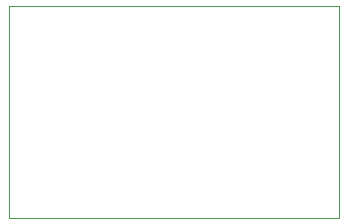
<source format=gbr>
G04 #@! TF.GenerationSoftware,KiCad,Pcbnew,(5.1.5)-3*
G04 #@! TF.CreationDate,2020-04-05T21:04:07+03:00*
G04 #@! TF.ProjectId,5V_DV,35565f44-562e-46b6-9963-61645f706362,V2.0*
G04 #@! TF.SameCoordinates,Original*
G04 #@! TF.FileFunction,Profile,NP*
%FSLAX46Y46*%
G04 Gerber Fmt 4.6, Leading zero omitted, Abs format (unit mm)*
G04 Created by KiCad (PCBNEW (5.1.5)-3) date 2020-04-05 21:04:07*
%MOMM*%
%LPD*%
G04 APERTURE LIST*
%ADD10C,0.050000*%
G04 APERTURE END LIST*
D10*
X136500000Y-97500000D02*
X136500000Y-79500000D01*
X164500000Y-97500000D02*
X136500000Y-97500000D01*
X164500000Y-79500000D02*
X164500000Y-97500000D01*
X136500000Y-79500000D02*
X164500000Y-79500000D01*
M02*

</source>
